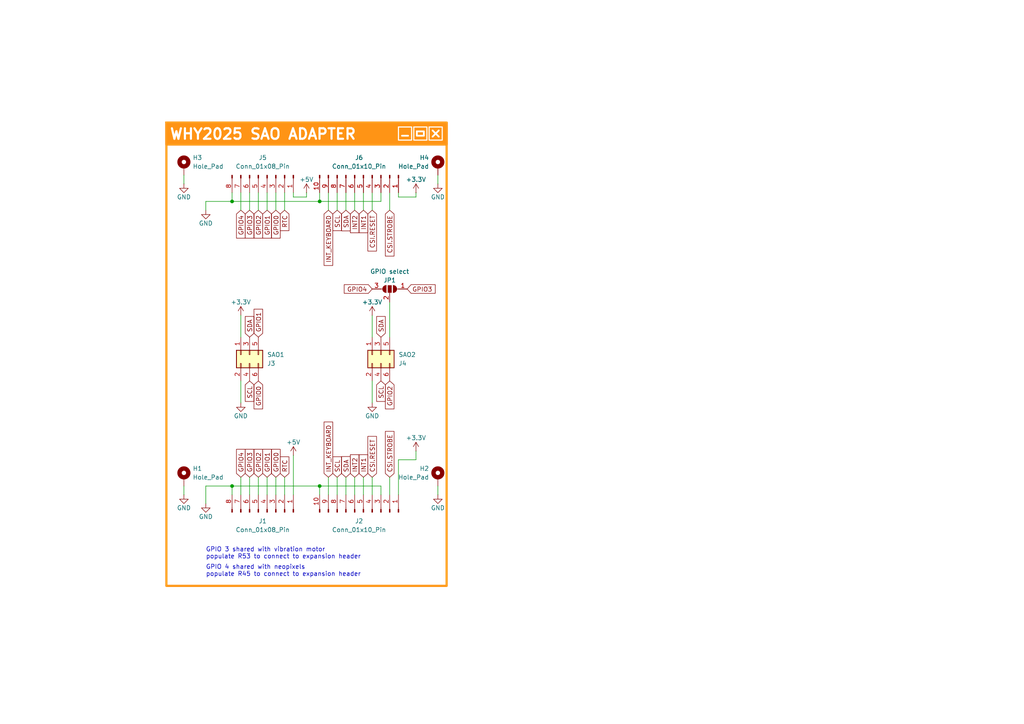
<source format=kicad_sch>
(kicad_sch (version 20250114) (generator "eeschema") (generator_version "9.0")
  (paper "A4")
  (title_block (title "WHY2025 Badge SAO adapter") (company "WifiCable") (comment 1 "didn't they put SAO on the badge") (comment 2 "Y") (comment 3 "H") (comment 4 "W"))
  (lib_symbols
    (symbol "Connector:Conn_01x08_Pin" (pin_names (offset 1.016) (hide yes))
      (property "Reference" "J" (at 0 10.16 0))
      (property "Value" "Conn_01x08_Pin" (at 0 -12.7 0))
      (symbol "Conn_01x08_Pin_1_1"
        (rectangle (start 0.8636 7.747) (end 0 7.493) (stroke (width 0.1524)) (fill (type outline)))
        (rectangle (start 0.8636 5.207) (end 0 4.953) (stroke (width 0.1524)) (fill (type outline)))
        (rectangle (start 0.8636 2.667) (end 0 2.413) (stroke (width 0.1524)) (fill (type outline)))
        (rectangle (start 0.8636 0.127) (end 0 -0.127) (stroke (width 0.1524)) (fill (type outline)))
        (rectangle (start 0.8636 -2.413) (end 0 -2.667) (stroke (width 0.1524)) (fill (type outline)))
        (rectangle (start 0.8636 -4.953) (end 0 -5.207) (stroke (width 0.1524)) (fill (type outline)))
        (rectangle (start 0.8636 -7.493) (end 0 -7.747) (stroke (width 0.1524)) (fill (type outline)))
        (rectangle (start 0.8636 -10.033) (end 0 -10.287) (stroke (width 0.1524)) (fill (type outline)))
        (polyline (pts (xy 1.27 7.62) (xy 0.8636 7.62)) (stroke (width 0.1524)))
        (polyline (pts (xy 1.27 5.08) (xy 0.8636 5.08)) (stroke (width 0.1524)))
        (polyline (pts (xy 1.27 2.54) (xy 0.8636 2.54)) (stroke (width 0.1524)))
        (polyline (pts (xy 1.27 0) (xy 0.8636 0)) (stroke (width 0.1524)))
        (polyline (pts (xy 1.27 -2.54) (xy 0.8636 -2.54)) (stroke (width 0.1524)))
        (polyline (pts (xy 1.27 -5.08) (xy 0.8636 -5.08)) (stroke (width 0.1524)))
        (polyline (pts (xy 1.27 -7.62) (xy 0.8636 -7.62)) (stroke (width 0.1524)))
        (polyline (pts (xy 1.27 -10.16) (xy 0.8636 -10.16)) (stroke (width 0.1524)))
        (pin passive line (at 5.08 7.62 180) (length 3.81) (name "Pin_1") (number "1"))
        (pin passive line (at 5.08 5.08 180) (length 3.81) (name "Pin_2") (number "2"))
        (pin passive line (at 5.08 2.54 180) (length 3.81) (name "Pin_3") (number "3"))
        (pin passive line (at 5.08 0 180) (length 3.81) (name "Pin_4") (number "4"))
        (pin passive line (at 5.08 -2.54 180) (length 3.81) (name "Pin_5") (number "5"))
        (pin passive line (at 5.08 -5.08 180) (length 3.81) (name "Pin_6") (number "6"))
        (pin passive line (at 5.08 -7.62 180) (length 3.81) (name "Pin_7") (number "7"))
        (pin passive line (at 5.08 -10.16 180) (length 3.81) (name "Pin_8") (number "8"))
      )
    )
    (symbol "Connector:Conn_01x10_Pin" (pin_names (offset 1.016) (hide yes))
      (property "Reference" "J" (at 0 12.7 0))
      (property "Value" "Conn_01x10_Pin" (at 0 -15.24 0))
      (symbol "Conn_01x10_Pin_1_1"
        (rectangle (start 0.8636 10.287) (end 0 10.033) (stroke (width 0.1524)) (fill (type outline)))
        (rectangle (start 0.8636 7.747) (end 0 7.493) (stroke (width 0.1524)) (fill (type outline)))
        (rectangle (start 0.8636 5.207) (end 0 4.953) (stroke (width 0.1524)) (fill (type outline)))
        (rectangle (start 0.8636 2.667) (end 0 2.413) (stroke (width 0.1524)) (fill (type outline)))
        (rectangle (start 0.8636 0.127) (end 0 -0.127) (stroke (width 0.1524)) (fill (type outline)))
        (rectangle (start 0.8636 -2.413) (end 0 -2.667) (stroke (width 0.1524)) (fill (type outline)))
        (rectangle (start 0.8636 -4.953) (end 0 -5.207) (stroke (width 0.1524)) (fill (type outline)))
        (rectangle (start 0.8636 -7.493) (end 0 -7.747) (stroke (width 0.1524)) (fill (type outline)))
        (rectangle (start 0.8636 -10.033) (end 0 -10.287) (stroke (width 0.1524)) (fill (type outline)))
        (rectangle (start 0.8636 -12.573) (end 0 -12.827) (stroke (width 0.1524)) (fill (type outline)))
        (polyline (pts (xy 1.27 10.16) (xy 0.8636 10.16)) (stroke (width 0.1524)))
        (polyline (pts (xy 1.27 7.62) (xy 0.8636 7.62)) (stroke (width 0.1524)))
        (polyline (pts (xy 1.27 5.08) (xy 0.8636 5.08)) (stroke (width 0.1524)))
        (polyline (pts (xy 1.27 2.54) (xy 0.8636 2.54)) (stroke (width 0.1524)))
        (polyline (pts (xy 1.27 0) (xy 0.8636 0)) (stroke (width 0.1524)))
        (polyline (pts (xy 1.27 -2.54) (xy 0.8636 -2.54)) (stroke (width 0.1524)))
        (polyline (pts (xy 1.27 -5.08) (xy 0.8636 -5.08)) (stroke (width 0.1524)))
        (polyline (pts (xy 1.27 -7.62) (xy 0.8636 -7.62)) (stroke (width 0.1524)))
        (polyline (pts (xy 1.27 -10.16) (xy 0.8636 -10.16)) (stroke (width 0.1524)))
        (polyline (pts (xy 1.27 -12.7) (xy 0.8636 -12.7)) (stroke (width 0.1524)))
        (pin passive line (at 5.08 10.16 180) (length 3.81) (name "Pin_1") (number "1"))
        (pin passive line (at 5.08 7.62 180) (length 3.81) (name "Pin_2") (number "2"))
        (pin passive line (at 5.08 5.08 180) (length 3.81) (name "Pin_3") (number "3"))
        (pin passive line (at 5.08 2.54 180) (length 3.81) (name "Pin_4") (number "4"))
        (pin passive line (at 5.08 0 180) (length 3.81) (name "Pin_5") (number "5"))
        (pin passive line (at 5.08 -2.54 180) (length 3.81) (name "Pin_6") (number "6"))
        (pin passive line (at 5.08 -5.08 180) (length 3.81) (name "Pin_7") (number "7"))
        (pin passive line (at 5.08 -7.62 180) (length 3.81) (name "Pin_8") (number "8"))
        (pin passive line (at 5.08 -10.16 180) (length 3.81) (name "Pin_9") (number "9"))
        (pin passive line (at 5.08 -12.7 180) (length 3.81) (name "Pin_10") (number "10"))
      )
    )
    (symbol "Connector_Generic:Conn_02x03_Odd_Even" (pin_names (offset 1.016) (hide yes))
      (property "Reference" "J" (at 1.27 5.08 0))
      (property "Value" "Conn_02x03_Odd_Even" (at 1.27 -5.08 0))
      (symbol "Conn_02x03_Odd_Even_1_1"
        (rectangle (start -1.27 3.81) (end 3.81 -3.81) (stroke (width 0.254)) (fill (type background)))
        (rectangle (start -1.27 2.667) (end 0 2.413) (stroke (width 0.1524)))
        (rectangle (start -1.27 0.127) (end 0 -0.127) (stroke (width 0.1524)))
        (rectangle (start -1.27 -2.413) (end 0 -2.667) (stroke (width 0.1524)))
        (rectangle (start 3.81 2.667) (end 2.54 2.413) (stroke (width 0.1524)))
        (rectangle (start 3.81 0.127) (end 2.54 -0.127) (stroke (width 0.1524)))
        (rectangle (start 3.81 -2.413) (end 2.54 -2.667) (stroke (width 0.1524)))
        (pin passive line (at -5.08 2.54 0) (length 3.81) (name "Pin_1") (number "1"))
        (pin passive line (at -5.08 0 0) (length 3.81) (name "Pin_3") (number "3"))
        (pin passive line (at -5.08 -2.54 0) (length 3.81) (name "Pin_5") (number "5"))
        (pin passive line (at 7.62 2.54 180) (length 3.81) (name "Pin_2") (number "2"))
        (pin passive line (at 7.62 0 180) (length 3.81) (name "Pin_4") (number "4"))
        (pin passive line (at 7.62 -2.54 180) (length 3.81) (name "Pin_6") (number "6"))
      )
    )
    (symbol "Jumper:SolderJumper_3_Open" (pin_names (offset 0) (hide yes)) (in_bom no)
      (property "Reference" "JP" (at -2.54 -2.54 0))
      (property "Value" "SolderJumper_3_Open" (at 0 2.794 0))
      (symbol "SolderJumper_3_Open_0_1"
        (polyline (pts (xy -2.54 0) (xy -2.032 0)))
        (polyline (pts (xy -1.016 1.016) (xy -1.016 -1.016)))
        (arc (start -1.016 -1.016) (mid -2.0276 0) (end -1.016 1.016))
        (arc (start -1.016 -1.016) (mid -2.0276 0) (end -1.016 1.016) (fill (type outline)))
        (rectangle (start -0.508 1.016) (end 0.508 -1.016) (fill (type outline)))
        (polyline (pts (xy 0 -1.27) (xy 0 -1.016)))
        (arc (start 1.016 1.016) (mid 2.0276 0) (end 1.016 -1.016))
        (arc (start 1.016 1.016) (mid 2.0276 0) (end 1.016 -1.016) (fill (type outline)))
        (polyline (pts (xy 1.016 1.016) (xy 1.016 -1.016)))
        (polyline (pts (xy 2.54 0) (xy 2.032 0)))
      )
      (symbol "SolderJumper_3_Open_1_1"
        (pin passive line (at -5.08 0 0) (length 2.54) (name "A") (number "1"))
        (pin passive line (at 0 -3.81 90) (length 2.54) (name "C") (number "2"))
        (pin passive line (at 5.08 0 180) (length 2.54) (name "B") (number "3"))
      )
    )
    (symbol "Mechanical:MountingHole_Pad" (pin_numbers (hide yes)) (pin_names (offset 1.016) (hide yes)) (in_bom no)
      (property "Reference" "H" (at 0 6.35 0))
      (property "Value" "MountingHole_Pad" (at 0 4.445 0))
      (symbol "MountingHole_Pad_0_1"
        (circle (center 0 1.27) (radius 1.27) (stroke (width 1.27)))
      )
      (symbol "MountingHole_Pad_1_1"
        (pin input line (at 0 -2.54 90) (length 2.54) (name "1") (number "1"))
      )
    )
    (symbol "power:+3.3V" (power) (pin_numbers (hide yes)) (pin_names (offset 0) (hide yes))
      (property "Value" "+3.3V" (at 0 3.556 0))
      (symbol "+3.3V_0_1"
        (polyline (pts (xy -0.762 1.27) (xy 0 2.54)))
        (polyline (pts (xy 0 2.54) (xy 0.762 1.27)))
        (polyline (pts (xy 0 0) (xy 0 2.54)))
      )
      (symbol "+3.3V_1_1"
        (pin power_in line (at 0 0 90) (length 0) (name "~") (number "1"))
      )
    )
    (symbol "power:+5V" (power) (pin_numbers (hide yes)) (pin_names (offset 0) (hide yes))
      (property "Value" "+5V" (at 0 3.556 0))
      (symbol "+5V_0_1"
        (polyline (pts (xy -0.762 1.27) (xy 0 2.54)))
        (polyline (pts (xy 0 2.54) (xy 0.762 1.27)))
        (polyline (pts (xy 0 0) (xy 0 2.54)))
      )
      (symbol "+5V_1_1"
        (pin power_in line (at 0 0 90) (length 0) (name "~") (number "1"))
      )
    )
    (symbol "power:GND" (power) (pin_numbers (hide yes)) (pin_names (offset 0) (hide yes))
      (property "Value" "GND" (at 0 -3.81 0))
      (symbol "GND_0_1"
        (polyline (pts (xy 0 0) (xy 0 -1.27) (xy 1.27 -1.27) (xy 0 -2.54) (xy -1.27 -1.27) (xy 0 -1.27)))
      )
      (symbol "GND_1_1"
        (pin power_in line (at 0 0 270) (length 0) (name "~") (number "1"))
      )
    )
  )
  (rectangle (start 120.015 36.83) (end 123.825 40.64) (stroke (width 0.3175) (color 255 255 255 1)))
  (rectangle (start 120.904 38.1) (end 122.936 39.37) (stroke (width 0.508) (color 255 255 255 1)))
  (rectangle (start 48.26 35.56) (end 129.54 169.926) (stroke (width 0.635) (color 255 148 21 1)))
  (rectangle (start 115.57 36.83) (end 119.38 40.64) (stroke (width 0.3175) (color 255 255 255 1)))
  (rectangle (start 124.46 36.83) (end 128.27 40.64) (stroke (width 0.3175) (color 255 255 255 1)))
  (rectangle (start 48.26 35.56) (end 129.54 41.91) (stroke (width 0.635) (color 255 148 21 1)) (fill (type color) (color 255 148 21 1)))
  (text "WHY2025 SAO ADAPTER" (at 49.022 39.116 0) (effects (font (size 3.048 3.048) (bold yes)) (justify left)))
  (text "GPIO 4 shared with neopixels\npopulate R45 to connect to expansion header" (at 59.69 163.83 0) (effects (font (size 1.27 1.27)) (justify left top)))
  (text "GPIO 3 shared with vibration motor\npopulate R53 to connect to expansion header" (at 59.69 158.75 0) (effects (font (size 1.27 1.27)) (justify left top)))
  (junction (at 67.31 58.42))
  (junction (at 67.31 140.97))
  (junction (at 92.71 58.42))
  (junction (at 92.71 140.97))
  (wire (pts (xy 92.71 58.42) (xy 67.31 58.42)))
  (wire (pts (xy 59.69 58.42) (xy 67.31 58.42)))
  (wire (pts (xy 69.85 91.44) (xy 69.85 97.79)))
  (wire (pts (xy 72.39 60.96) (xy 72.39 55.88)))
  (wire (pts (xy 107.95 91.44) (xy 107.95 97.79)))
  (wire (pts (xy 110.49 143.51) (xy 110.49 140.97)))
  (wire (pts (xy 97.79 60.96) (xy 97.79 55.88)))
  (wire (pts (xy 107.95 116.84) (xy 107.95 110.49)))
  (wire (pts (xy 59.69 60.96) (xy 59.69 58.42)))
  (wire (pts (xy 53.34 140.97) (xy 53.34 143.51)))
  (wire (pts (xy 69.85 138.43) (xy 69.85 143.51)))
  (wire (pts (xy 120.65 133.35) (xy 115.57 133.35)))
  (wire (pts (xy 67.31 140.97) (xy 67.31 143.51)))
  (wire (pts (xy 74.93 60.96) (xy 74.93 55.88)))
  (wire (pts (xy 80.01 138.43) (xy 80.01 143.51)))
  (wire (pts (xy 100.33 138.43) (xy 100.33 143.51)))
  (wire (pts (xy 97.79 138.43) (xy 97.79 143.51)))
  (wire (pts (xy 105.41 60.96) (xy 105.41 55.88)))
  (wire (pts (xy 74.93 138.43) (xy 74.93 143.51)))
  (wire (pts (xy 95.25 60.96) (xy 95.25 55.88)))
  (wire (pts (xy 113.03 60.96) (xy 113.03 55.88)))
  (wire (pts (xy 120.65 57.15) (xy 115.57 57.15)))
  (wire (pts (xy 127 50.8) (xy 127 53.34)))
  (wire (pts (xy 72.39 138.43) (xy 72.39 143.51)))
  (wire (pts (xy 80.01 60.96) (xy 80.01 55.88)))
  (polyline (pts (xy 116.586 39.37) (xy 118.364 39.37)) (stroke (width 0.508) (color 255 255 255 1)))
  (wire (pts (xy 59.69 146.05) (xy 59.69 140.97)))
  (wire (pts (xy 110.49 140.97) (xy 92.71 140.97)))
  (wire (pts (xy 115.57 57.15) (xy 115.57 55.88)))
  (wire (pts (xy 120.65 55.88) (xy 120.65 57.15)))
  (wire (pts (xy 69.85 116.84) (xy 69.85 110.49)))
  (wire (pts (xy 92.71 140.97) (xy 67.31 140.97)))
  (wire (pts (xy 69.85 60.96) (xy 69.85 55.88)))
  (wire (pts (xy 77.47 60.96) (xy 77.47 55.88)))
  (wire (pts (xy 82.55 60.96) (xy 82.55 55.88)))
  (wire (pts (xy 107.95 138.43) (xy 107.95 143.51)))
  (wire (pts (xy 110.49 55.88) (xy 110.49 58.42)))
  (wire (pts (xy 100.33 60.96) (xy 100.33 55.88)))
  (wire (pts (xy 105.41 138.43) (xy 105.41 143.51)))
  (wire (pts (xy 85.09 132.08) (xy 85.09 143.51)))
  (polyline (pts (xy 125.476 37.846) (xy 127.254 39.624)) (stroke (width 0.508) (color 255 255 255 1)))
  (wire (pts (xy 110.49 58.42) (xy 92.71 58.42)))
  (polyline (pts (xy 125.476 39.624) (xy 127.254 37.846)) (stroke (width 0.508) (color 255 255 255 1)))
  (wire (pts (xy 59.69 140.97) (xy 67.31 140.97)))
  (wire (pts (xy 127 140.97) (xy 127 143.51)))
  (wire (pts (xy 113.03 138.43) (xy 113.03 143.51)))
  (wire (pts (xy 77.47 138.43) (xy 77.47 143.51)))
  (wire (pts (xy 82.55 138.43) (xy 82.55 143.51)))
  (wire (pts (xy 113.03 97.79) (xy 113.03 87.63)))
  (wire (pts (xy 53.34 50.8) (xy 53.34 53.34)))
  (wire (pts (xy 88.9 55.88) (xy 88.9 57.15)))
  (wire (pts (xy 102.87 138.43) (xy 102.87 143.51)))
  (wire (pts (xy 85.09 57.15) (xy 85.09 55.88)))
  (wire (pts (xy 102.87 60.96) (xy 102.87 55.88)))
  (wire (pts (xy 95.25 138.43) (xy 95.25 143.51)))
  (wire (pts (xy 92.71 143.51) (xy 92.71 140.97)))
  (wire (pts (xy 115.57 133.35) (xy 115.57 143.51)))
  (wire (pts (xy 88.9 57.15) (xy 85.09 57.15)))
  (wire (pts (xy 67.31 58.42) (xy 67.31 55.88)))
  (wire (pts (xy 107.95 60.96) (xy 107.95 55.88)))
  (wire (pts (xy 92.71 55.88) (xy 92.71 58.42)))
  (wire (pts (xy 120.65 130.81) (xy 120.65 133.35)))
  (global_label "GPIO1" (shape input) (at 77.47 138.43 90) (property "Intersheetrefs" "${INTERSHEET_REFS}" (effects (hide yes))))
  (global_label "SDA" (shape input) (at 72.39 97.79 90) (property "Intersheetrefs" "${INTERSHEET_REFS}" (effects (hide yes))))
  (global_label "CSI.STROBE" (shape input) (at 113.03 60.96 270) (property "Intersheetrefs" "${INTERSHEET_REFS}" (effects (hide yes))))
  (global_label "RTC" (shape input) (at 82.55 138.43 90) (property "Intersheetrefs" "${INTERSHEET_REFS}" (effects (hide yes))))
  (global_label "CSI.RESET" (shape input) (at 107.95 60.96 270) (property "Intersheetrefs" "${INTERSHEET_REFS}" (effects (hide yes))))
  (global_label "INT2" (shape input) (at 102.87 60.96 270) (property "Intersheetrefs" "${INTERSHEET_REFS}" (effects (hide yes))))
  (global_label "RTC" (shape input) (at 82.55 60.96 270) (property "Intersheetrefs" "${INTERSHEET_REFS}" (effects (hide yes))))
  (global_label "INT2" (shape input) (at 102.87 138.43 90) (property "Intersheetrefs" "${INTERSHEET_REFS}" (effects (hide yes))))
  (global_label "GPIO3" (shape input) (at 72.39 60.96 270) (property "Intersheetrefs" "${INTERSHEET_REFS}" (effects (hide yes))))
  (global_label "CSI.STROBE" (shape input) (at 113.03 138.43 90) (property "Intersheetrefs" "${INTERSHEET_REFS}" (effects (hide yes))))
  (global_label "GPIO0" (shape input) (at 80.01 60.96 270) (property "Intersheetrefs" "${INTERSHEET_REFS}" (effects (hide yes))))
  (global_label "CSI.RESET" (shape input) (at 107.95 138.43 90) (property "Intersheetrefs" "${INTERSHEET_REFS}" (effects (hide yes))))
  (global_label "GPIO0" (shape input) (at 80.01 138.43 90) (property "Intersheetrefs" "${INTERSHEET_REFS}" (effects (hide yes))))
  (global_label "INT1" (shape input) (at 105.41 60.96 270) (property "Intersheetrefs" "${INTERSHEET_REFS}" (effects (hide yes))))
  (global_label "SCL" (shape input) (at 72.39 110.49 270) (property "Intersheetrefs" "${INTERSHEET_REFS}" (effects (hide yes))))
  (global_label "SCL" (shape input) (at 97.79 60.96 270) (property "Intersheetrefs" "${INTERSHEET_REFS}" (effects (hide yes))))
  (global_label "GPIO4" (shape input) (at 69.85 138.43 90) (property "Intersheetrefs" "${INTERSHEET_REFS}" (effects (hide yes))))
  (global_label "SCL" (shape input) (at 97.79 138.43 90) (property "Intersheetrefs" "${INTERSHEET_REFS}" (effects (hide yes))))
  (global_label "SCL" (shape input) (at 110.49 110.49 270) (property "Intersheetrefs" "${INTERSHEET_REFS}" (effects (hide yes))))
  (global_label "SDA" (shape input) (at 100.33 138.43 90) (property "Intersheetrefs" "${INTERSHEET_REFS}" (effects (hide yes))))
  (global_label "GPIO3" (shape input) (at 118.11 83.82 0) (property "Intersheetrefs" "${INTERSHEET_REFS}" (effects (hide yes))))
  (global_label "GPIO4" (shape input) (at 69.85 60.96 270) (property "Intersheetrefs" "${INTERSHEET_REFS}" (effects (hide yes))))
  (global_label "GPIO2" (shape input) (at 74.93 138.43 90) (property "Intersheetrefs" "${INTERSHEET_REFS}" (effects (hide yes))))
  (global_label "GPIO0" (shape input) (at 74.93 110.49 270) (property "Intersheetrefs" "${INTERSHEET_REFS}" (effects (hide yes))))
  (global_label "SDA" (shape input) (at 100.33 60.96 270) (property "Intersheetrefs" "${INTERSHEET_REFS}" (effects (hide yes))))
  (global_label "INT1" (shape input) (at 105.41 138.43 90) (property "Intersheetrefs" "${INTERSHEET_REFS}" (effects (hide yes))))
  (global_label "GPIO1" (shape input) (at 74.93 97.79 90) (property "Intersheetrefs" "${INTERSHEET_REFS}" (effects (hide yes))))
  (global_label "SDA" (shape input) (at 110.49 97.79 90) (property "Intersheetrefs" "${INTERSHEET_REFS}" (effects (hide yes))))
  (global_label "GPIO1" (shape input) (at 77.47 60.96 270) (property "Intersheetrefs" "${INTERSHEET_REFS}" (effects (hide yes))))
  (global_label "INT_KEYBOARD" (shape input) (at 95.25 138.43 90) (property "Intersheetrefs" "${INTERSHEET_REFS}" (effects (hide yes))))
  (global_label "GPIO2" (shape input) (at 113.03 110.49 270) (property "Intersheetrefs" "${INTERSHEET_REFS}" (effects (hide yes))))
  (global_label "INT_KEYBOARD" (shape input) (at 95.25 60.96 270) (property "Intersheetrefs" "${INTERSHEET_REFS}" (effects (hide yes))))
  (global_label "GPIO3" (shape input) (at 72.39 138.43 90) (property "Intersheetrefs" "${INTERSHEET_REFS}" (effects (hide yes))))
  (global_label "GPIO4" (shape input) (at 107.95 83.82 180) (property "Intersheetrefs" "${INTERSHEET_REFS}" (effects (hide yes))))
  (global_label "GPIO2" (shape input) (at 74.93 60.96 270) (property "Intersheetrefs" "${INTERSHEET_REFS}" (effects (hide yes))))
  (symbol (lib_id "power:+5V") (at 85.09 132.08 0) (unit 1)
    (property "Reference" "#PWR02" (effects (hide yes)))
    (property "Value" "+5V" (at 85.09 128.27 0))
    (property "Description" "Power symbol creates a global label with name \"+5V\"" (effects (hide yes)))
  )
  (symbol (lib_id "power:GND") (at 69.85 116.84 0) (unit 1)
    (property "Reference" "#PWR04" (effects (hide yes)))
    (property "Value" "GND" (at 69.85 120.65 0))
    (property "Description" "Power symbol creates a global label with name \"GND\" , ground" (effects (hide yes)))
  )
  (symbol (lib_id "power:GND") (at 59.69 60.96 0) (unit 1)
    (property "Reference" "#PWR010" (effects (hide yes)))
    (property "Value" "GND" (at 59.69 64.77 0))
    (property "Description" "Power symbol creates a global label with name \"GND\" , ground" (effects (hide yes)))
  )
  (symbol (lib_id "power:+3.3V") (at 107.95 91.44 0) (unit 1)
    (property "Reference" "#PWR07" (effects (hide yes)))
    (property "Value" "+3.3V" (at 107.95 87.63 0))
    (property "Description" "Power symbol creates a global label with name \"+3.3V\"" (effects (hide yes)))
  )
  (symbol (lib_id "Mechanical:MountingHole_Pad") (at 127 138.43 0) (mirror y) (unit 1) (in_bom no)
    (property "Reference" "H2" (at 124.46 135.8899 0) (effects (justify left)))
    (property "Value" "Hole_Pad" (at 124.46 138.4299 0) (effects (justify left)))
    (property "Footprint" "MountingHole:MountingHole_2.2mm_M2_Pad" (effects (hide yes)))
    (property "Description" "Mounting Hole with connection" (effects (hide yes)))
  )
  (symbol (lib_id "Connector_Generic:Conn_02x03_Odd_Even") (at 72.39 102.87 90) (mirror x) (unit 1)
    (property "Reference" "J3" (at 77.47 105.4101 90) (effects (justify right)))
    (property "Value" "SAO1" (at 77.47 102.8701 90) (effects (justify right)))
    (property "Footprint" "Connector_PinSocket_2.54mm:PinSocket_2x03_P2.54mm_Vertical" (effects (hide yes)))
    (property "Description" "Generic connector, double row, 02x03, odd/even pin numbering scheme (row 1 odd numbers, row 2 even numbers), script generated (kicad-library-utils/schlib/autogen/connector/)" (effects (hide yes)))
  )
  (symbol (lib_id "Connector_Generic:Conn_02x03_Odd_Even") (at 110.49 102.87 90) (mirror x) (unit 1)
    (property "Reference" "J4" (at 115.57 105.4101 90) (effects (justify right)))
    (property "Value" "SAO2" (at 115.57 102.8701 90) (effects (justify right)))
    (property "Footprint" "Connector_PinSocket_2.54mm:PinSocket_2x03_P2.54mm_Vertical" (effects (hide yes)))
    (property "Description" "Generic connector, double row, 02x03, odd/even pin numbering scheme (row 1 odd numbers, row 2 even numbers), script generated (kicad-library-utils/schlib/autogen/connector/)" (effects (hide yes)))
  )
  (symbol (lib_id "Mechanical:MountingHole_Pad") (at 53.34 48.26 0) (unit 1) (in_bom no)
    (property "Reference" "H3" (at 55.88 45.7199 0) (effects (justify left)))
    (property "Value" "Hole_Pad" (at 55.88 48.2599 0) (effects (justify left)))
    (property "Footprint" "MountingHole:MountingHole_2.2mm_M2_Pad" (effects (hide yes)))
    (property "Description" "Mounting Hole with connection" (effects (hide yes)))
  )
  (symbol (lib_id "Connector:Conn_01x08_Pin") (at 77.47 50.8 270) (unit 1)
    (property "Reference" "J5" (at 76.2 45.72 90))
    (property "Value" "Conn_01x08_Pin" (at 76.2 48.26 90))
    (property "Footprint" "Connector_PinSocket_2.54mm:PinSocket_1x08_P2.54mm_Horizontal" (effects (hide yes)))
    (property "Description" "Generic connector, single row, 01x08, script generated" (effects (hide yes)))
  )
  (symbol (lib_id "Mechanical:MountingHole_Pad") (at 127 48.26 0) (mirror y) (unit 1) (in_bom no)
    (property "Reference" "H4" (at 124.46 45.7199 0) (effects (justify left)))
    (property "Value" "Hole_Pad" (at 124.46 48.2599 0) (effects (justify left)))
    (property "Footprint" "MountingHole:MountingHole_2.2mm_M2_Pad" (effects (hide yes)))
    (property "Description" "Mounting Hole with connection" (effects (hide yes)))
  )
  (symbol (lib_id "power:+5V") (at 88.9 55.88 0) (unit 1)
    (property "Reference" "#PWR09" (effects (hide yes)))
    (property "Value" "+5V" (at 88.9 52.07 0))
    (property "Description" "Power symbol creates a global label with name \"+5V\"" (effects (hide yes)))
  )
  (symbol (lib_id "Connector:Conn_01x10_Pin") (at 105.41 50.8 270) (unit 1)
    (property "Reference" "J6" (at 104.14 45.72 90))
    (property "Value" "Conn_01x10_Pin" (at 104.14 48.26 90))
    (property "Footprint" "Connector_PinSocket_2.54mm:PinSocket_1x10_P2.54mm_Horizontal" (effects (hide yes)))
    (property "Description" "Generic connector, single row, 01x10, script generated" (effects (hide yes)))
  )
  (symbol (lib_id "Connector:Conn_01x08_Pin") (at 77.47 148.59 270) (mirror x) (unit 1)
    (property "Reference" "J1" (at 76.2 151.13 90))
    (property "Value" "Conn_01x08_Pin" (at 76.2 153.67 90))
    (property "Footprint" "Connector_PinHeader_2.54mm:PinHeader_1x08_P2.54mm_Horizontal" (effects (hide yes)))
    (property "Description" "Generic connector, single row, 01x08, script generated" (effects (hide yes)))
  )
  (symbol (lib_id "Mechanical:MountingHole_Pad") (at 53.34 138.43 0) (unit 1) (in_bom no)
    (property "Reference" "H1" (at 55.88 135.8899 0) (effects (justify left)))
    (property "Value" "Hole_Pad" (at 55.88 138.4299 0) (effects (justify left)))
    (property "Footprint" "MountingHole:MountingHole_2.2mm_M2_Pad" (effects (hide yes)))
    (property "Description" "Mounting Hole with connection" (effects (hide yes)))
  )
  (symbol (lib_id "power:GND") (at 53.34 53.34 0) (unit 1)
    (property "Reference" "#PWR011" (effects (hide yes)))
    (property "Value" "GND" (at 53.34 57.15 0))
    (property "Description" "Power symbol creates a global label with name \"GND\" , ground" (effects (hide yes)))
  )
  (symbol (lib_id "power:GND") (at 59.69 146.05 0) (unit 1)
    (property "Reference" "#PWR01" (effects (hide yes)))
    (property "Value" "GND" (at 59.69 149.86 0))
    (property "Description" "Power symbol creates a global label with name \"GND\" , ground" (effects (hide yes)))
  )
  (symbol (lib_id "power:GND") (at 127 53.34 0) (unit 1)
    (property "Reference" "#PWR012" (effects (hide yes)))
    (property "Value" "GND" (at 127 57.15 0))
    (property "Description" "Power symbol creates a global label with name \"GND\" , ground" (effects (hide yes)))
  )
  (symbol (lib_id "power:+3.3V") (at 120.65 55.88 0) (unit 1)
    (property "Reference" "#PWR08" (effects (hide yes)))
    (property "Value" "+3.3V" (at 120.65 52.07 0))
    (property "Description" "Power symbol creates a global label with name \"+3.3V\"" (effects (hide yes)))
  )
  (symbol (lib_id "power:GND") (at 53.34 143.51 0) (unit 1)
    (property "Reference" "#PWR014" (effects (hide yes)))
    (property "Value" "GND" (at 53.34 147.32 0))
    (property "Description" "Power symbol creates a global label with name \"GND\" , ground" (effects (hide yes)))
  )
  (symbol (lib_id "Connector:Conn_01x10_Pin") (at 105.41 148.59 270) (mirror x) (unit 1)
    (property "Reference" "J2" (at 104.14 151.13 90))
    (property "Value" "Conn_01x10_Pin" (at 104.14 153.67 90))
    (property "Footprint" "Connector_PinHeader_2.54mm:PinHeader_1x10_P2.54mm_Horizontal" (effects (hide yes)))
    (property "Description" "Generic connector, single row, 01x10, script generated" (effects (hide yes)))
  )
  (symbol (lib_id "Jumper:SolderJumper_3_Open") (at 113.03 83.82 0) (mirror y) (unit 1) (in_bom no)
    (property "Reference" "JP1" (at 113.03 81.28 0))
    (property "Value" "GPIO select" (at 113.03 78.74 0))
    (property "Footprint" "Jumper:SolderJumper-3_P1.3mm_Open_RoundedPad1.0x1.5mm" (effects (hide yes)))
    (property "Description" "Solder Jumper, 3-pole, open" (effects (hide yes)))
  )
  (symbol (lib_id "power:+3.3V") (at 120.65 130.81 0) (unit 1)
    (property "Reference" "#PWR03" (effects (hide yes)))
    (property "Value" "+3.3V" (at 120.65 127 0))
    (property "Description" "Power symbol creates a global label with name \"+3.3V\"" (effects (hide yes)))
  )
  (symbol (lib_id "power:GND") (at 107.95 116.84 0) (unit 1)
    (property "Reference" "#PWR05" (effects (hide yes)))
    (property "Value" "GND" (at 107.95 120.65 0))
    (property "Description" "Power symbol creates a global label with name \"GND\" , ground" (effects (hide yes)))
  )
  (symbol (lib_id "power:+3.3V") (at 69.85 91.44 0) (unit 1)
    (property "Reference" "#PWR06" (effects (hide yes)))
    (property "Value" "+3.3V" (at 69.85 87.63 0))
    (property "Description" "Power symbol creates a global label with name \"+3.3V\"" (effects (hide yes)))
  )
  (symbol (lib_id "power:GND") (at 127 143.51 0) (unit 1)
    (property "Reference" "#PWR013" (effects (hide yes)))
    (property "Value" "GND" (at 127 147.32 0))
    (property "Description" "Power symbol creates a global label with name \"GND\" , ground" (effects (hide yes)))
  )
)
</source>
